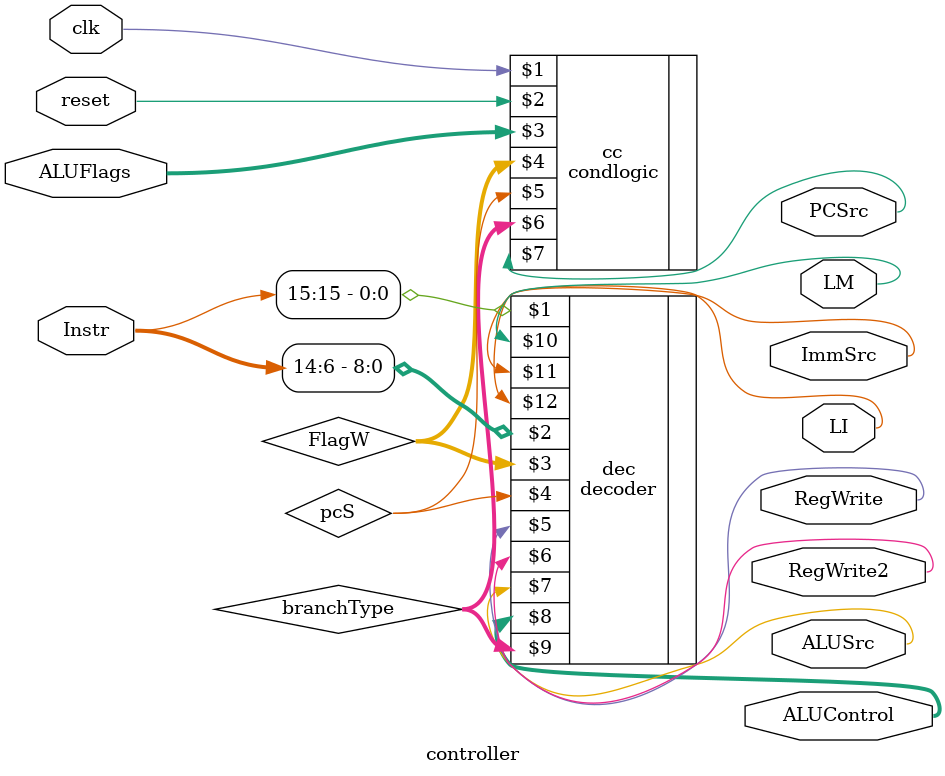
<source format=v>
`timescale 1ns / 1ps

module controller(
	 input clk, reset,
	 input [15:0] Instr,
	 input [3:0] ALUFlags,
	 output RegWrite, RegWrite2,
	 output ALUSrc,
	 output [4:0] ALUControl, // 5 bit to have 32 operation in alu
	 output PCSrc,
	 output LM,
	 output ImmSrc,
	 output LI); 
 
	wire pcS;
	wire [1:0] FlagW;
	wire [2:0] branchType;

	decoder dec(Instr[15], Instr[14:6], FlagW, pcS, RegWrite, RegWrite2, ALUSrc,  ALUControl, branchType, LM, ImmSrc, LI);

	condlogic cc(clk, reset, ALUFlags, FlagW, pcS, branchType, PCSrc);

endmodule

</source>
